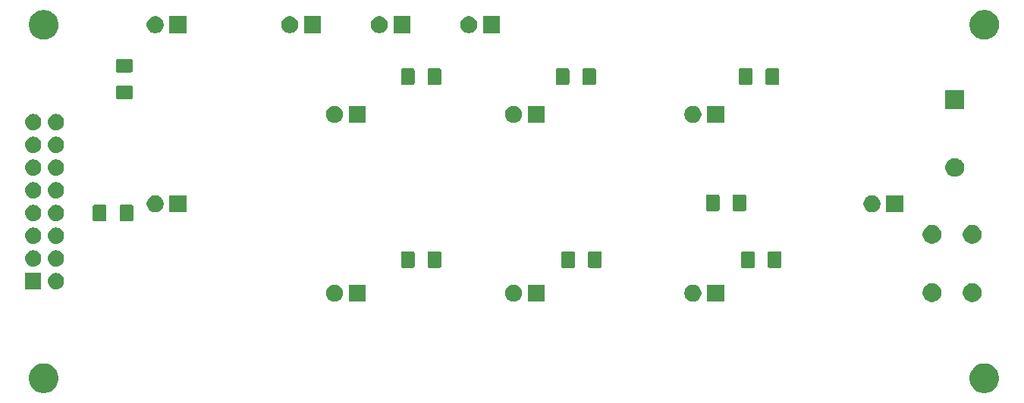
<source format=gbr>
G04 #@! TF.GenerationSoftware,KiCad,Pcbnew,(5.1.2-1)-1*
G04 #@! TF.CreationDate,2019-06-13T22:38:42+01:00*
G04 #@! TF.ProjectId,K3S_Seq_IF_Front_Panel,4b33535f-5365-4715-9f49-465f46726f6e,rev?*
G04 #@! TF.SameCoordinates,Original*
G04 #@! TF.FileFunction,Soldermask,Top*
G04 #@! TF.FilePolarity,Negative*
%FSLAX46Y46*%
G04 Gerber Fmt 4.6, Leading zero omitted, Abs format (unit mm)*
G04 Created by KiCad (PCBNEW (5.1.2-1)-1) date 2019-06-13 22:38:42*
%MOMM*%
%LPD*%
G04 APERTURE LIST*
%ADD10C,0.100000*%
G04 APERTURE END LIST*
D10*
G36*
X190375256Y-82891298D02*
G01*
X190481579Y-82912447D01*
X190782042Y-83036903D01*
X191052451Y-83217585D01*
X191282415Y-83447549D01*
X191463097Y-83717958D01*
X191587553Y-84018421D01*
X191651000Y-84337391D01*
X191651000Y-84662609D01*
X191587553Y-84981579D01*
X191463097Y-85282042D01*
X191282415Y-85552451D01*
X191052451Y-85782415D01*
X190782042Y-85963097D01*
X190481579Y-86087553D01*
X190375256Y-86108702D01*
X190162611Y-86151000D01*
X189837389Y-86151000D01*
X189624744Y-86108702D01*
X189518421Y-86087553D01*
X189217958Y-85963097D01*
X188947549Y-85782415D01*
X188717585Y-85552451D01*
X188536903Y-85282042D01*
X188412447Y-84981579D01*
X188349000Y-84662609D01*
X188349000Y-84337391D01*
X188412447Y-84018421D01*
X188536903Y-83717958D01*
X188717585Y-83447549D01*
X188947549Y-83217585D01*
X189217958Y-83036903D01*
X189518421Y-82912447D01*
X189624744Y-82891298D01*
X189837389Y-82849000D01*
X190162611Y-82849000D01*
X190375256Y-82891298D01*
X190375256Y-82891298D01*
G37*
G36*
X85375256Y-82891298D02*
G01*
X85481579Y-82912447D01*
X85782042Y-83036903D01*
X86052451Y-83217585D01*
X86282415Y-83447549D01*
X86463097Y-83717958D01*
X86587553Y-84018421D01*
X86651000Y-84337391D01*
X86651000Y-84662609D01*
X86587553Y-84981579D01*
X86463097Y-85282042D01*
X86282415Y-85552451D01*
X86052451Y-85782415D01*
X85782042Y-85963097D01*
X85481579Y-86087553D01*
X85375256Y-86108702D01*
X85162611Y-86151000D01*
X84837389Y-86151000D01*
X84624744Y-86108702D01*
X84518421Y-86087553D01*
X84217958Y-85963097D01*
X83947549Y-85782415D01*
X83717585Y-85552451D01*
X83536903Y-85282042D01*
X83412447Y-84981579D01*
X83349000Y-84662609D01*
X83349000Y-84337391D01*
X83412447Y-84018421D01*
X83536903Y-83717958D01*
X83717585Y-83447549D01*
X83947549Y-83217585D01*
X84217958Y-83036903D01*
X84518421Y-82912447D01*
X84624744Y-82891298D01*
X84837389Y-82849000D01*
X85162611Y-82849000D01*
X85375256Y-82891298D01*
X85375256Y-82891298D01*
G37*
G36*
X184456564Y-73919389D02*
G01*
X184647833Y-73998615D01*
X184647835Y-73998616D01*
X184819973Y-74113635D01*
X184966365Y-74260027D01*
X185076023Y-74424141D01*
X185081385Y-74432167D01*
X185160611Y-74623436D01*
X185201000Y-74826484D01*
X185201000Y-75033516D01*
X185160611Y-75236564D01*
X185081385Y-75427833D01*
X185081384Y-75427835D01*
X184966365Y-75599973D01*
X184819973Y-75746365D01*
X184647835Y-75861384D01*
X184647834Y-75861385D01*
X184647833Y-75861385D01*
X184456564Y-75940611D01*
X184253516Y-75981000D01*
X184046484Y-75981000D01*
X183843436Y-75940611D01*
X183652167Y-75861385D01*
X183652166Y-75861385D01*
X183652165Y-75861384D01*
X183480027Y-75746365D01*
X183333635Y-75599973D01*
X183218616Y-75427835D01*
X183218615Y-75427833D01*
X183139389Y-75236564D01*
X183099000Y-75033516D01*
X183099000Y-74826484D01*
X183139389Y-74623436D01*
X183218615Y-74432167D01*
X183223978Y-74424141D01*
X183333635Y-74260027D01*
X183480027Y-74113635D01*
X183652165Y-73998616D01*
X183652167Y-73998615D01*
X183843436Y-73919389D01*
X184046484Y-73879000D01*
X184253516Y-73879000D01*
X184456564Y-73919389D01*
X184456564Y-73919389D01*
G37*
G36*
X188956564Y-73919389D02*
G01*
X189147833Y-73998615D01*
X189147835Y-73998616D01*
X189319973Y-74113635D01*
X189466365Y-74260027D01*
X189576023Y-74424141D01*
X189581385Y-74432167D01*
X189660611Y-74623436D01*
X189701000Y-74826484D01*
X189701000Y-75033516D01*
X189660611Y-75236564D01*
X189581385Y-75427833D01*
X189581384Y-75427835D01*
X189466365Y-75599973D01*
X189319973Y-75746365D01*
X189147835Y-75861384D01*
X189147834Y-75861385D01*
X189147833Y-75861385D01*
X188956564Y-75940611D01*
X188753516Y-75981000D01*
X188546484Y-75981000D01*
X188343436Y-75940611D01*
X188152167Y-75861385D01*
X188152166Y-75861385D01*
X188152165Y-75861384D01*
X187980027Y-75746365D01*
X187833635Y-75599973D01*
X187718616Y-75427835D01*
X187718615Y-75427833D01*
X187639389Y-75236564D01*
X187599000Y-75033516D01*
X187599000Y-74826484D01*
X187639389Y-74623436D01*
X187718615Y-74432167D01*
X187723978Y-74424141D01*
X187833635Y-74260027D01*
X187980027Y-74113635D01*
X188152165Y-73998616D01*
X188152167Y-73998615D01*
X188343436Y-73919389D01*
X188546484Y-73879000D01*
X188753516Y-73879000D01*
X188956564Y-73919389D01*
X188956564Y-73919389D01*
G37*
G36*
X120951000Y-75951000D02*
G01*
X119049000Y-75951000D01*
X119049000Y-74049000D01*
X120951000Y-74049000D01*
X120951000Y-75951000D01*
X120951000Y-75951000D01*
G37*
G36*
X117737395Y-74085546D02*
G01*
X117910466Y-74157234D01*
X117910467Y-74157235D01*
X118066227Y-74261310D01*
X118198690Y-74393773D01*
X118224344Y-74432167D01*
X118302766Y-74549534D01*
X118374454Y-74722605D01*
X118411000Y-74906333D01*
X118411000Y-75093667D01*
X118374454Y-75277395D01*
X118302766Y-75450466D01*
X118302765Y-75450467D01*
X118198690Y-75606227D01*
X118066227Y-75738690D01*
X118054740Y-75746365D01*
X117910466Y-75842766D01*
X117737395Y-75914454D01*
X117553667Y-75951000D01*
X117366333Y-75951000D01*
X117182605Y-75914454D01*
X117009534Y-75842766D01*
X116865260Y-75746365D01*
X116853773Y-75738690D01*
X116721310Y-75606227D01*
X116617235Y-75450467D01*
X116617234Y-75450466D01*
X116545546Y-75277395D01*
X116509000Y-75093667D01*
X116509000Y-74906333D01*
X116545546Y-74722605D01*
X116617234Y-74549534D01*
X116695656Y-74432167D01*
X116721310Y-74393773D01*
X116853773Y-74261310D01*
X117009533Y-74157235D01*
X117009534Y-74157234D01*
X117182605Y-74085546D01*
X117366333Y-74049000D01*
X117553667Y-74049000D01*
X117737395Y-74085546D01*
X117737395Y-74085546D01*
G37*
G36*
X157737395Y-74085546D02*
G01*
X157910466Y-74157234D01*
X157910467Y-74157235D01*
X158066227Y-74261310D01*
X158198690Y-74393773D01*
X158224344Y-74432167D01*
X158302766Y-74549534D01*
X158374454Y-74722605D01*
X158411000Y-74906333D01*
X158411000Y-75093667D01*
X158374454Y-75277395D01*
X158302766Y-75450466D01*
X158302765Y-75450467D01*
X158198690Y-75606227D01*
X158066227Y-75738690D01*
X158054740Y-75746365D01*
X157910466Y-75842766D01*
X157737395Y-75914454D01*
X157553667Y-75951000D01*
X157366333Y-75951000D01*
X157182605Y-75914454D01*
X157009534Y-75842766D01*
X156865260Y-75746365D01*
X156853773Y-75738690D01*
X156721310Y-75606227D01*
X156617235Y-75450467D01*
X156617234Y-75450466D01*
X156545546Y-75277395D01*
X156509000Y-75093667D01*
X156509000Y-74906333D01*
X156545546Y-74722605D01*
X156617234Y-74549534D01*
X156695656Y-74432167D01*
X156721310Y-74393773D01*
X156853773Y-74261310D01*
X157009533Y-74157235D01*
X157009534Y-74157234D01*
X157182605Y-74085546D01*
X157366333Y-74049000D01*
X157553667Y-74049000D01*
X157737395Y-74085546D01*
X157737395Y-74085546D01*
G37*
G36*
X137737395Y-74085546D02*
G01*
X137910466Y-74157234D01*
X137910467Y-74157235D01*
X138066227Y-74261310D01*
X138198690Y-74393773D01*
X138224344Y-74432167D01*
X138302766Y-74549534D01*
X138374454Y-74722605D01*
X138411000Y-74906333D01*
X138411000Y-75093667D01*
X138374454Y-75277395D01*
X138302766Y-75450466D01*
X138302765Y-75450467D01*
X138198690Y-75606227D01*
X138066227Y-75738690D01*
X138054740Y-75746365D01*
X137910466Y-75842766D01*
X137737395Y-75914454D01*
X137553667Y-75951000D01*
X137366333Y-75951000D01*
X137182605Y-75914454D01*
X137009534Y-75842766D01*
X136865260Y-75746365D01*
X136853773Y-75738690D01*
X136721310Y-75606227D01*
X136617235Y-75450467D01*
X136617234Y-75450466D01*
X136545546Y-75277395D01*
X136509000Y-75093667D01*
X136509000Y-74906333D01*
X136545546Y-74722605D01*
X136617234Y-74549534D01*
X136695656Y-74432167D01*
X136721310Y-74393773D01*
X136853773Y-74261310D01*
X137009533Y-74157235D01*
X137009534Y-74157234D01*
X137182605Y-74085546D01*
X137366333Y-74049000D01*
X137553667Y-74049000D01*
X137737395Y-74085546D01*
X137737395Y-74085546D01*
G37*
G36*
X140951000Y-75951000D02*
G01*
X139049000Y-75951000D01*
X139049000Y-74049000D01*
X140951000Y-74049000D01*
X140951000Y-75951000D01*
X140951000Y-75951000D01*
G37*
G36*
X160951000Y-75951000D02*
G01*
X159049000Y-75951000D01*
X159049000Y-74049000D01*
X160951000Y-74049000D01*
X160951000Y-75951000D01*
X160951000Y-75951000D01*
G37*
G36*
X86539294Y-72758633D02*
G01*
X86711695Y-72810931D01*
X86870583Y-72895858D01*
X87009849Y-73010151D01*
X87124142Y-73149417D01*
X87209069Y-73308305D01*
X87261367Y-73480706D01*
X87279025Y-73660000D01*
X87261367Y-73839294D01*
X87209069Y-74011695D01*
X87124142Y-74170583D01*
X87009849Y-74309849D01*
X86870583Y-74424142D01*
X86711695Y-74509069D01*
X86539294Y-74561367D01*
X86404931Y-74574600D01*
X86315069Y-74574600D01*
X86180706Y-74561367D01*
X86008305Y-74509069D01*
X85849417Y-74424142D01*
X85710151Y-74309849D01*
X85595858Y-74170583D01*
X85510931Y-74011695D01*
X85458633Y-73839294D01*
X85440975Y-73660000D01*
X85458633Y-73480706D01*
X85510931Y-73308305D01*
X85595858Y-73149417D01*
X85710151Y-73010151D01*
X85849417Y-72895858D01*
X86008305Y-72810931D01*
X86180706Y-72758633D01*
X86315069Y-72745400D01*
X86404931Y-72745400D01*
X86539294Y-72758633D01*
X86539294Y-72758633D01*
G37*
G36*
X84734600Y-74574600D02*
G01*
X82905400Y-74574600D01*
X82905400Y-72745400D01*
X84734600Y-72745400D01*
X84734600Y-74574600D01*
X84734600Y-74574600D01*
G37*
G36*
X126252562Y-70325181D02*
G01*
X126287481Y-70335774D01*
X126319663Y-70352976D01*
X126347873Y-70376127D01*
X126371024Y-70404337D01*
X126388226Y-70436519D01*
X126398819Y-70471438D01*
X126403000Y-70513895D01*
X126403000Y-71980105D01*
X126398819Y-72022562D01*
X126388226Y-72057481D01*
X126371024Y-72089663D01*
X126347873Y-72117873D01*
X126319663Y-72141024D01*
X126287481Y-72158226D01*
X126252562Y-72168819D01*
X126210105Y-72173000D01*
X125068895Y-72173000D01*
X125026438Y-72168819D01*
X124991519Y-72158226D01*
X124959337Y-72141024D01*
X124931127Y-72117873D01*
X124907976Y-72089663D01*
X124890774Y-72057481D01*
X124880181Y-72022562D01*
X124876000Y-71980105D01*
X124876000Y-70513895D01*
X124880181Y-70471438D01*
X124890774Y-70436519D01*
X124907976Y-70404337D01*
X124931127Y-70376127D01*
X124959337Y-70352976D01*
X124991519Y-70335774D01*
X125026438Y-70325181D01*
X125068895Y-70321000D01*
X126210105Y-70321000D01*
X126252562Y-70325181D01*
X126252562Y-70325181D01*
G37*
G36*
X167200562Y-70325181D02*
G01*
X167235481Y-70335774D01*
X167267663Y-70352976D01*
X167295873Y-70376127D01*
X167319024Y-70404337D01*
X167336226Y-70436519D01*
X167346819Y-70471438D01*
X167351000Y-70513895D01*
X167351000Y-71980105D01*
X167346819Y-72022562D01*
X167336226Y-72057481D01*
X167319024Y-72089663D01*
X167295873Y-72117873D01*
X167267663Y-72141024D01*
X167235481Y-72158226D01*
X167200562Y-72168819D01*
X167158105Y-72173000D01*
X166016895Y-72173000D01*
X165974438Y-72168819D01*
X165939519Y-72158226D01*
X165907337Y-72141024D01*
X165879127Y-72117873D01*
X165855976Y-72089663D01*
X165838774Y-72057481D01*
X165828181Y-72022562D01*
X165824000Y-71980105D01*
X165824000Y-70513895D01*
X165828181Y-70471438D01*
X165838774Y-70436519D01*
X165855976Y-70404337D01*
X165879127Y-70376127D01*
X165907337Y-70352976D01*
X165939519Y-70335774D01*
X165974438Y-70325181D01*
X166016895Y-70321000D01*
X167158105Y-70321000D01*
X167200562Y-70325181D01*
X167200562Y-70325181D01*
G37*
G36*
X147134562Y-70325181D02*
G01*
X147169481Y-70335774D01*
X147201663Y-70352976D01*
X147229873Y-70376127D01*
X147253024Y-70404337D01*
X147270226Y-70436519D01*
X147280819Y-70471438D01*
X147285000Y-70513895D01*
X147285000Y-71980105D01*
X147280819Y-72022562D01*
X147270226Y-72057481D01*
X147253024Y-72089663D01*
X147229873Y-72117873D01*
X147201663Y-72141024D01*
X147169481Y-72158226D01*
X147134562Y-72168819D01*
X147092105Y-72173000D01*
X145950895Y-72173000D01*
X145908438Y-72168819D01*
X145873519Y-72158226D01*
X145841337Y-72141024D01*
X145813127Y-72117873D01*
X145789976Y-72089663D01*
X145772774Y-72057481D01*
X145762181Y-72022562D01*
X145758000Y-71980105D01*
X145758000Y-70513895D01*
X145762181Y-70471438D01*
X145772774Y-70436519D01*
X145789976Y-70404337D01*
X145813127Y-70376127D01*
X145841337Y-70352976D01*
X145873519Y-70335774D01*
X145908438Y-70325181D01*
X145950895Y-70321000D01*
X147092105Y-70321000D01*
X147134562Y-70325181D01*
X147134562Y-70325181D01*
G37*
G36*
X144159562Y-70325181D02*
G01*
X144194481Y-70335774D01*
X144226663Y-70352976D01*
X144254873Y-70376127D01*
X144278024Y-70404337D01*
X144295226Y-70436519D01*
X144305819Y-70471438D01*
X144310000Y-70513895D01*
X144310000Y-71980105D01*
X144305819Y-72022562D01*
X144295226Y-72057481D01*
X144278024Y-72089663D01*
X144254873Y-72117873D01*
X144226663Y-72141024D01*
X144194481Y-72158226D01*
X144159562Y-72168819D01*
X144117105Y-72173000D01*
X142975895Y-72173000D01*
X142933438Y-72168819D01*
X142898519Y-72158226D01*
X142866337Y-72141024D01*
X142838127Y-72117873D01*
X142814976Y-72089663D01*
X142797774Y-72057481D01*
X142787181Y-72022562D01*
X142783000Y-71980105D01*
X142783000Y-70513895D01*
X142787181Y-70471438D01*
X142797774Y-70436519D01*
X142814976Y-70404337D01*
X142838127Y-70376127D01*
X142866337Y-70352976D01*
X142898519Y-70335774D01*
X142933438Y-70325181D01*
X142975895Y-70321000D01*
X144117105Y-70321000D01*
X144159562Y-70325181D01*
X144159562Y-70325181D01*
G37*
G36*
X129227562Y-70325181D02*
G01*
X129262481Y-70335774D01*
X129294663Y-70352976D01*
X129322873Y-70376127D01*
X129346024Y-70404337D01*
X129363226Y-70436519D01*
X129373819Y-70471438D01*
X129378000Y-70513895D01*
X129378000Y-71980105D01*
X129373819Y-72022562D01*
X129363226Y-72057481D01*
X129346024Y-72089663D01*
X129322873Y-72117873D01*
X129294663Y-72141024D01*
X129262481Y-72158226D01*
X129227562Y-72168819D01*
X129185105Y-72173000D01*
X128043895Y-72173000D01*
X128001438Y-72168819D01*
X127966519Y-72158226D01*
X127934337Y-72141024D01*
X127906127Y-72117873D01*
X127882976Y-72089663D01*
X127865774Y-72057481D01*
X127855181Y-72022562D01*
X127851000Y-71980105D01*
X127851000Y-70513895D01*
X127855181Y-70471438D01*
X127865774Y-70436519D01*
X127882976Y-70404337D01*
X127906127Y-70376127D01*
X127934337Y-70352976D01*
X127966519Y-70335774D01*
X128001438Y-70325181D01*
X128043895Y-70321000D01*
X129185105Y-70321000D01*
X129227562Y-70325181D01*
X129227562Y-70325181D01*
G37*
G36*
X164225562Y-70325181D02*
G01*
X164260481Y-70335774D01*
X164292663Y-70352976D01*
X164320873Y-70376127D01*
X164344024Y-70404337D01*
X164361226Y-70436519D01*
X164371819Y-70471438D01*
X164376000Y-70513895D01*
X164376000Y-71980105D01*
X164371819Y-72022562D01*
X164361226Y-72057481D01*
X164344024Y-72089663D01*
X164320873Y-72117873D01*
X164292663Y-72141024D01*
X164260481Y-72158226D01*
X164225562Y-72168819D01*
X164183105Y-72173000D01*
X163041895Y-72173000D01*
X162999438Y-72168819D01*
X162964519Y-72158226D01*
X162932337Y-72141024D01*
X162904127Y-72117873D01*
X162880976Y-72089663D01*
X162863774Y-72057481D01*
X162853181Y-72022562D01*
X162849000Y-71980105D01*
X162849000Y-70513895D01*
X162853181Y-70471438D01*
X162863774Y-70436519D01*
X162880976Y-70404337D01*
X162904127Y-70376127D01*
X162932337Y-70352976D01*
X162964519Y-70335774D01*
X162999438Y-70325181D01*
X163041895Y-70321000D01*
X164183105Y-70321000D01*
X164225562Y-70325181D01*
X164225562Y-70325181D01*
G37*
G36*
X83999294Y-70218633D02*
G01*
X84171695Y-70270931D01*
X84330583Y-70355858D01*
X84469849Y-70470151D01*
X84584142Y-70609417D01*
X84669069Y-70768305D01*
X84721367Y-70940706D01*
X84739025Y-71120000D01*
X84721367Y-71299294D01*
X84669069Y-71471695D01*
X84584142Y-71630583D01*
X84469849Y-71769849D01*
X84330583Y-71884142D01*
X84171695Y-71969069D01*
X83999294Y-72021367D01*
X83864931Y-72034600D01*
X83775069Y-72034600D01*
X83640706Y-72021367D01*
X83468305Y-71969069D01*
X83309417Y-71884142D01*
X83170151Y-71769849D01*
X83055858Y-71630583D01*
X82970931Y-71471695D01*
X82918633Y-71299294D01*
X82900975Y-71120000D01*
X82918633Y-70940706D01*
X82970931Y-70768305D01*
X83055858Y-70609417D01*
X83170151Y-70470151D01*
X83309417Y-70355858D01*
X83468305Y-70270931D01*
X83640706Y-70218633D01*
X83775069Y-70205400D01*
X83864931Y-70205400D01*
X83999294Y-70218633D01*
X83999294Y-70218633D01*
G37*
G36*
X86539294Y-70218633D02*
G01*
X86711695Y-70270931D01*
X86870583Y-70355858D01*
X87009849Y-70470151D01*
X87124142Y-70609417D01*
X87209069Y-70768305D01*
X87261367Y-70940706D01*
X87279025Y-71120000D01*
X87261367Y-71299294D01*
X87209069Y-71471695D01*
X87124142Y-71630583D01*
X87009849Y-71769849D01*
X86870583Y-71884142D01*
X86711695Y-71969069D01*
X86539294Y-72021367D01*
X86404931Y-72034600D01*
X86315069Y-72034600D01*
X86180706Y-72021367D01*
X86008305Y-71969069D01*
X85849417Y-71884142D01*
X85710151Y-71769849D01*
X85595858Y-71630583D01*
X85510931Y-71471695D01*
X85458633Y-71299294D01*
X85440975Y-71120000D01*
X85458633Y-70940706D01*
X85510931Y-70768305D01*
X85595858Y-70609417D01*
X85710151Y-70470151D01*
X85849417Y-70355858D01*
X86008305Y-70270931D01*
X86180706Y-70218633D01*
X86315069Y-70205400D01*
X86404931Y-70205400D01*
X86539294Y-70218633D01*
X86539294Y-70218633D01*
G37*
G36*
X86539294Y-67678633D02*
G01*
X86711695Y-67730931D01*
X86870583Y-67815858D01*
X87009849Y-67930151D01*
X87124142Y-68069417D01*
X87209069Y-68228305D01*
X87261367Y-68400706D01*
X87279025Y-68580000D01*
X87261367Y-68759294D01*
X87209069Y-68931695D01*
X87124142Y-69090583D01*
X87009849Y-69229849D01*
X86870583Y-69344142D01*
X86711695Y-69429069D01*
X86539294Y-69481367D01*
X86404931Y-69494600D01*
X86315069Y-69494600D01*
X86180706Y-69481367D01*
X86008305Y-69429069D01*
X85849417Y-69344142D01*
X85710151Y-69229849D01*
X85595858Y-69090583D01*
X85510931Y-68931695D01*
X85458633Y-68759294D01*
X85440975Y-68580000D01*
X85458633Y-68400706D01*
X85510931Y-68228305D01*
X85595858Y-68069417D01*
X85710151Y-67930151D01*
X85849417Y-67815858D01*
X86008305Y-67730931D01*
X86180706Y-67678633D01*
X86315069Y-67665400D01*
X86404931Y-67665400D01*
X86539294Y-67678633D01*
X86539294Y-67678633D01*
G37*
G36*
X83999294Y-67678633D02*
G01*
X84171695Y-67730931D01*
X84330583Y-67815858D01*
X84469849Y-67930151D01*
X84584142Y-68069417D01*
X84669069Y-68228305D01*
X84721367Y-68400706D01*
X84739025Y-68580000D01*
X84721367Y-68759294D01*
X84669069Y-68931695D01*
X84584142Y-69090583D01*
X84469849Y-69229849D01*
X84330583Y-69344142D01*
X84171695Y-69429069D01*
X83999294Y-69481367D01*
X83864931Y-69494600D01*
X83775069Y-69494600D01*
X83640706Y-69481367D01*
X83468305Y-69429069D01*
X83309417Y-69344142D01*
X83170151Y-69229849D01*
X83055858Y-69090583D01*
X82970931Y-68931695D01*
X82918633Y-68759294D01*
X82900975Y-68580000D01*
X82918633Y-68400706D01*
X82970931Y-68228305D01*
X83055858Y-68069417D01*
X83170151Y-67930151D01*
X83309417Y-67815858D01*
X83468305Y-67730931D01*
X83640706Y-67678633D01*
X83775069Y-67665400D01*
X83864931Y-67665400D01*
X83999294Y-67678633D01*
X83999294Y-67678633D01*
G37*
G36*
X188956564Y-67419389D02*
G01*
X189147833Y-67498615D01*
X189147835Y-67498616D01*
X189319973Y-67613635D01*
X189466365Y-67760027D01*
X189581385Y-67932167D01*
X189660611Y-68123436D01*
X189701000Y-68326484D01*
X189701000Y-68533516D01*
X189660611Y-68736564D01*
X189581385Y-68927833D01*
X189581384Y-68927835D01*
X189466365Y-69099973D01*
X189319973Y-69246365D01*
X189147835Y-69361384D01*
X189147834Y-69361385D01*
X189147833Y-69361385D01*
X188956564Y-69440611D01*
X188753516Y-69481000D01*
X188546484Y-69481000D01*
X188343436Y-69440611D01*
X188152167Y-69361385D01*
X188152166Y-69361385D01*
X188152165Y-69361384D01*
X187980027Y-69246365D01*
X187833635Y-69099973D01*
X187718616Y-68927835D01*
X187718615Y-68927833D01*
X187639389Y-68736564D01*
X187599000Y-68533516D01*
X187599000Y-68326484D01*
X187639389Y-68123436D01*
X187718615Y-67932167D01*
X187833635Y-67760027D01*
X187980027Y-67613635D01*
X188152165Y-67498616D01*
X188152167Y-67498615D01*
X188343436Y-67419389D01*
X188546484Y-67379000D01*
X188753516Y-67379000D01*
X188956564Y-67419389D01*
X188956564Y-67419389D01*
G37*
G36*
X184456564Y-67419389D02*
G01*
X184647833Y-67498615D01*
X184647835Y-67498616D01*
X184819973Y-67613635D01*
X184966365Y-67760027D01*
X185081385Y-67932167D01*
X185160611Y-68123436D01*
X185201000Y-68326484D01*
X185201000Y-68533516D01*
X185160611Y-68736564D01*
X185081385Y-68927833D01*
X185081384Y-68927835D01*
X184966365Y-69099973D01*
X184819973Y-69246365D01*
X184647835Y-69361384D01*
X184647834Y-69361385D01*
X184647833Y-69361385D01*
X184456564Y-69440611D01*
X184253516Y-69481000D01*
X184046484Y-69481000D01*
X183843436Y-69440611D01*
X183652167Y-69361385D01*
X183652166Y-69361385D01*
X183652165Y-69361384D01*
X183480027Y-69246365D01*
X183333635Y-69099973D01*
X183218616Y-68927835D01*
X183218615Y-68927833D01*
X183139389Y-68736564D01*
X183099000Y-68533516D01*
X183099000Y-68326484D01*
X183139389Y-68123436D01*
X183218615Y-67932167D01*
X183333635Y-67760027D01*
X183480027Y-67613635D01*
X183652165Y-67498616D01*
X183652167Y-67498615D01*
X183843436Y-67419389D01*
X184046484Y-67379000D01*
X184253516Y-67379000D01*
X184456564Y-67419389D01*
X184456564Y-67419389D01*
G37*
G36*
X91872062Y-65118181D02*
G01*
X91906981Y-65128774D01*
X91939163Y-65145976D01*
X91967373Y-65169127D01*
X91990524Y-65197337D01*
X92007726Y-65229519D01*
X92018319Y-65264438D01*
X92022500Y-65306895D01*
X92022500Y-66773105D01*
X92018319Y-66815562D01*
X92007726Y-66850481D01*
X91990524Y-66882663D01*
X91967373Y-66910873D01*
X91939163Y-66934024D01*
X91906981Y-66951226D01*
X91872062Y-66961819D01*
X91829605Y-66966000D01*
X90688395Y-66966000D01*
X90645938Y-66961819D01*
X90611019Y-66951226D01*
X90578837Y-66934024D01*
X90550627Y-66910873D01*
X90527476Y-66882663D01*
X90510274Y-66850481D01*
X90499681Y-66815562D01*
X90495500Y-66773105D01*
X90495500Y-65306895D01*
X90499681Y-65264438D01*
X90510274Y-65229519D01*
X90527476Y-65197337D01*
X90550627Y-65169127D01*
X90578837Y-65145976D01*
X90611019Y-65128774D01*
X90645938Y-65118181D01*
X90688395Y-65114000D01*
X91829605Y-65114000D01*
X91872062Y-65118181D01*
X91872062Y-65118181D01*
G37*
G36*
X94847062Y-65118181D02*
G01*
X94881981Y-65128774D01*
X94914163Y-65145976D01*
X94942373Y-65169127D01*
X94965524Y-65197337D01*
X94982726Y-65229519D01*
X94993319Y-65264438D01*
X94997500Y-65306895D01*
X94997500Y-66773105D01*
X94993319Y-66815562D01*
X94982726Y-66850481D01*
X94965524Y-66882663D01*
X94942373Y-66910873D01*
X94914163Y-66934024D01*
X94881981Y-66951226D01*
X94847062Y-66961819D01*
X94804605Y-66966000D01*
X93663395Y-66966000D01*
X93620938Y-66961819D01*
X93586019Y-66951226D01*
X93553837Y-66934024D01*
X93525627Y-66910873D01*
X93502476Y-66882663D01*
X93485274Y-66850481D01*
X93474681Y-66815562D01*
X93470500Y-66773105D01*
X93470500Y-65306895D01*
X93474681Y-65264438D01*
X93485274Y-65229519D01*
X93502476Y-65197337D01*
X93525627Y-65169127D01*
X93553837Y-65145976D01*
X93586019Y-65128774D01*
X93620938Y-65118181D01*
X93663395Y-65114000D01*
X94804605Y-65114000D01*
X94847062Y-65118181D01*
X94847062Y-65118181D01*
G37*
G36*
X86539294Y-65138633D02*
G01*
X86711695Y-65190931D01*
X86870583Y-65275858D01*
X87009849Y-65390151D01*
X87124142Y-65529417D01*
X87209069Y-65688305D01*
X87261367Y-65860706D01*
X87279025Y-66040000D01*
X87261367Y-66219294D01*
X87209069Y-66391695D01*
X87124142Y-66550583D01*
X87009849Y-66689849D01*
X86870583Y-66804142D01*
X86711695Y-66889069D01*
X86539294Y-66941367D01*
X86404931Y-66954600D01*
X86315069Y-66954600D01*
X86180706Y-66941367D01*
X86008305Y-66889069D01*
X85849417Y-66804142D01*
X85710151Y-66689849D01*
X85595858Y-66550583D01*
X85510931Y-66391695D01*
X85458633Y-66219294D01*
X85440975Y-66040000D01*
X85458633Y-65860706D01*
X85510931Y-65688305D01*
X85595858Y-65529417D01*
X85710151Y-65390151D01*
X85849417Y-65275858D01*
X86008305Y-65190931D01*
X86180706Y-65138633D01*
X86315069Y-65125400D01*
X86404931Y-65125400D01*
X86539294Y-65138633D01*
X86539294Y-65138633D01*
G37*
G36*
X83999294Y-65138633D02*
G01*
X84171695Y-65190931D01*
X84330583Y-65275858D01*
X84469849Y-65390151D01*
X84584142Y-65529417D01*
X84669069Y-65688305D01*
X84721367Y-65860706D01*
X84739025Y-66040000D01*
X84721367Y-66219294D01*
X84669069Y-66391695D01*
X84584142Y-66550583D01*
X84469849Y-66689849D01*
X84330583Y-66804142D01*
X84171695Y-66889069D01*
X83999294Y-66941367D01*
X83864931Y-66954600D01*
X83775069Y-66954600D01*
X83640706Y-66941367D01*
X83468305Y-66889069D01*
X83309417Y-66804142D01*
X83170151Y-66689849D01*
X83055858Y-66550583D01*
X82970931Y-66391695D01*
X82918633Y-66219294D01*
X82900975Y-66040000D01*
X82918633Y-65860706D01*
X82970931Y-65688305D01*
X83055858Y-65529417D01*
X83170151Y-65390151D01*
X83309417Y-65275858D01*
X83468305Y-65190931D01*
X83640706Y-65138633D01*
X83775069Y-65125400D01*
X83864931Y-65125400D01*
X83999294Y-65138633D01*
X83999294Y-65138633D01*
G37*
G36*
X180951000Y-65951000D02*
G01*
X179049000Y-65951000D01*
X179049000Y-64049000D01*
X180951000Y-64049000D01*
X180951000Y-65951000D01*
X180951000Y-65951000D01*
G37*
G36*
X177737395Y-64085546D02*
G01*
X177910466Y-64157234D01*
X177987818Y-64208919D01*
X178066227Y-64261310D01*
X178198690Y-64393773D01*
X178198691Y-64393775D01*
X178302766Y-64549534D01*
X178374454Y-64722605D01*
X178411000Y-64906333D01*
X178411000Y-65093667D01*
X178374454Y-65277395D01*
X178302766Y-65450466D01*
X178302765Y-65450467D01*
X178198690Y-65606227D01*
X178066227Y-65738690D01*
X178057479Y-65744535D01*
X177910466Y-65842766D01*
X177737395Y-65914454D01*
X177553667Y-65951000D01*
X177366333Y-65951000D01*
X177182605Y-65914454D01*
X177009534Y-65842766D01*
X176862521Y-65744535D01*
X176853773Y-65738690D01*
X176721310Y-65606227D01*
X176617235Y-65450467D01*
X176617234Y-65450466D01*
X176545546Y-65277395D01*
X176509000Y-65093667D01*
X176509000Y-64906333D01*
X176545546Y-64722605D01*
X176617234Y-64549534D01*
X176721309Y-64393775D01*
X176721310Y-64393773D01*
X176853773Y-64261310D01*
X176932182Y-64208919D01*
X177009534Y-64157234D01*
X177182605Y-64085546D01*
X177366333Y-64049000D01*
X177553667Y-64049000D01*
X177737395Y-64085546D01*
X177737395Y-64085546D01*
G37*
G36*
X100951000Y-65951000D02*
G01*
X99049000Y-65951000D01*
X99049000Y-64049000D01*
X100951000Y-64049000D01*
X100951000Y-65951000D01*
X100951000Y-65951000D01*
G37*
G36*
X97737395Y-64085546D02*
G01*
X97910466Y-64157234D01*
X97987818Y-64208919D01*
X98066227Y-64261310D01*
X98198690Y-64393773D01*
X98198691Y-64393775D01*
X98302766Y-64549534D01*
X98374454Y-64722605D01*
X98411000Y-64906333D01*
X98411000Y-65093667D01*
X98374454Y-65277395D01*
X98302766Y-65450466D01*
X98302765Y-65450467D01*
X98198690Y-65606227D01*
X98066227Y-65738690D01*
X98057479Y-65744535D01*
X97910466Y-65842766D01*
X97737395Y-65914454D01*
X97553667Y-65951000D01*
X97366333Y-65951000D01*
X97182605Y-65914454D01*
X97009534Y-65842766D01*
X96862521Y-65744535D01*
X96853773Y-65738690D01*
X96721310Y-65606227D01*
X96617235Y-65450467D01*
X96617234Y-65450466D01*
X96545546Y-65277395D01*
X96509000Y-65093667D01*
X96509000Y-64906333D01*
X96545546Y-64722605D01*
X96617234Y-64549534D01*
X96721309Y-64393775D01*
X96721310Y-64393773D01*
X96853773Y-64261310D01*
X96932182Y-64208919D01*
X97009534Y-64157234D01*
X97182605Y-64085546D01*
X97366333Y-64049000D01*
X97553667Y-64049000D01*
X97737395Y-64085546D01*
X97737395Y-64085546D01*
G37*
G36*
X163263562Y-63975181D02*
G01*
X163298481Y-63985774D01*
X163330663Y-64002976D01*
X163358873Y-64026127D01*
X163382024Y-64054337D01*
X163399226Y-64086519D01*
X163409819Y-64121438D01*
X163414000Y-64163895D01*
X163414000Y-65630105D01*
X163409819Y-65672562D01*
X163399226Y-65707481D01*
X163382024Y-65739663D01*
X163358873Y-65767873D01*
X163330663Y-65791024D01*
X163298481Y-65808226D01*
X163263562Y-65818819D01*
X163221105Y-65823000D01*
X162079895Y-65823000D01*
X162037438Y-65818819D01*
X162002519Y-65808226D01*
X161970337Y-65791024D01*
X161942127Y-65767873D01*
X161918976Y-65739663D01*
X161901774Y-65707481D01*
X161891181Y-65672562D01*
X161887000Y-65630105D01*
X161887000Y-64163895D01*
X161891181Y-64121438D01*
X161901774Y-64086519D01*
X161918976Y-64054337D01*
X161942127Y-64026127D01*
X161970337Y-64002976D01*
X162002519Y-63985774D01*
X162037438Y-63975181D01*
X162079895Y-63971000D01*
X163221105Y-63971000D01*
X163263562Y-63975181D01*
X163263562Y-63975181D01*
G37*
G36*
X160288562Y-63975181D02*
G01*
X160323481Y-63985774D01*
X160355663Y-64002976D01*
X160383873Y-64026127D01*
X160407024Y-64054337D01*
X160424226Y-64086519D01*
X160434819Y-64121438D01*
X160439000Y-64163895D01*
X160439000Y-65630105D01*
X160434819Y-65672562D01*
X160424226Y-65707481D01*
X160407024Y-65739663D01*
X160383873Y-65767873D01*
X160355663Y-65791024D01*
X160323481Y-65808226D01*
X160288562Y-65818819D01*
X160246105Y-65823000D01*
X159104895Y-65823000D01*
X159062438Y-65818819D01*
X159027519Y-65808226D01*
X158995337Y-65791024D01*
X158967127Y-65767873D01*
X158943976Y-65739663D01*
X158926774Y-65707481D01*
X158916181Y-65672562D01*
X158912000Y-65630105D01*
X158912000Y-64163895D01*
X158916181Y-64121438D01*
X158926774Y-64086519D01*
X158943976Y-64054337D01*
X158967127Y-64026127D01*
X158995337Y-64002976D01*
X159027519Y-63985774D01*
X159062438Y-63975181D01*
X159104895Y-63971000D01*
X160246105Y-63971000D01*
X160288562Y-63975181D01*
X160288562Y-63975181D01*
G37*
G36*
X83999294Y-62598633D02*
G01*
X84171695Y-62650931D01*
X84330583Y-62735858D01*
X84469849Y-62850151D01*
X84584142Y-62989417D01*
X84669069Y-63148305D01*
X84721367Y-63320706D01*
X84739025Y-63500000D01*
X84721367Y-63679294D01*
X84669069Y-63851695D01*
X84584142Y-64010583D01*
X84469849Y-64149849D01*
X84330583Y-64264142D01*
X84171695Y-64349069D01*
X83999294Y-64401367D01*
X83864931Y-64414600D01*
X83775069Y-64414600D01*
X83640706Y-64401367D01*
X83468305Y-64349069D01*
X83309417Y-64264142D01*
X83170151Y-64149849D01*
X83055858Y-64010583D01*
X82970931Y-63851695D01*
X82918633Y-63679294D01*
X82900975Y-63500000D01*
X82918633Y-63320706D01*
X82970931Y-63148305D01*
X83055858Y-62989417D01*
X83170151Y-62850151D01*
X83309417Y-62735858D01*
X83468305Y-62650931D01*
X83640706Y-62598633D01*
X83775069Y-62585400D01*
X83864931Y-62585400D01*
X83999294Y-62598633D01*
X83999294Y-62598633D01*
G37*
G36*
X86539294Y-62598633D02*
G01*
X86711695Y-62650931D01*
X86870583Y-62735858D01*
X87009849Y-62850151D01*
X87124142Y-62989417D01*
X87209069Y-63148305D01*
X87261367Y-63320706D01*
X87279025Y-63500000D01*
X87261367Y-63679294D01*
X87209069Y-63851695D01*
X87124142Y-64010583D01*
X87009849Y-64149849D01*
X86870583Y-64264142D01*
X86711695Y-64349069D01*
X86539294Y-64401367D01*
X86404931Y-64414600D01*
X86315069Y-64414600D01*
X86180706Y-64401367D01*
X86008305Y-64349069D01*
X85849417Y-64264142D01*
X85710151Y-64149849D01*
X85595858Y-64010583D01*
X85510931Y-63851695D01*
X85458633Y-63679294D01*
X85440975Y-63500000D01*
X85458633Y-63320706D01*
X85510931Y-63148305D01*
X85595858Y-62989417D01*
X85710151Y-62850151D01*
X85849417Y-62735858D01*
X86008305Y-62650931D01*
X86180706Y-62598633D01*
X86315069Y-62585400D01*
X86404931Y-62585400D01*
X86539294Y-62598633D01*
X86539294Y-62598633D01*
G37*
G36*
X186996564Y-59929389D02*
G01*
X187187833Y-60008615D01*
X187187835Y-60008616D01*
X187262692Y-60058634D01*
X187359973Y-60123635D01*
X187506365Y-60270027D01*
X187621385Y-60442167D01*
X187700611Y-60633436D01*
X187741000Y-60836484D01*
X187741000Y-61043516D01*
X187700611Y-61246564D01*
X187621385Y-61437833D01*
X187621384Y-61437835D01*
X187506365Y-61609973D01*
X187359973Y-61756365D01*
X187187835Y-61871384D01*
X187187834Y-61871385D01*
X187187833Y-61871385D01*
X186996564Y-61950611D01*
X186793516Y-61991000D01*
X186586484Y-61991000D01*
X186383436Y-61950611D01*
X186192167Y-61871385D01*
X186192166Y-61871385D01*
X186192165Y-61871384D01*
X186020027Y-61756365D01*
X185873635Y-61609973D01*
X185758616Y-61437835D01*
X185758615Y-61437833D01*
X185679389Y-61246564D01*
X185639000Y-61043516D01*
X185639000Y-60836484D01*
X185679389Y-60633436D01*
X185758615Y-60442167D01*
X185873635Y-60270027D01*
X186020027Y-60123635D01*
X186117308Y-60058634D01*
X186192165Y-60008616D01*
X186192167Y-60008615D01*
X186383436Y-59929389D01*
X186586484Y-59889000D01*
X186793516Y-59889000D01*
X186996564Y-59929389D01*
X186996564Y-59929389D01*
G37*
G36*
X83999294Y-60058633D02*
G01*
X84171695Y-60110931D01*
X84330583Y-60195858D01*
X84469849Y-60310151D01*
X84584142Y-60449417D01*
X84669069Y-60608305D01*
X84721367Y-60780706D01*
X84739025Y-60960000D01*
X84721367Y-61139294D01*
X84669069Y-61311695D01*
X84584142Y-61470583D01*
X84469849Y-61609849D01*
X84330583Y-61724142D01*
X84171695Y-61809069D01*
X83999294Y-61861367D01*
X83864931Y-61874600D01*
X83775069Y-61874600D01*
X83640706Y-61861367D01*
X83468305Y-61809069D01*
X83309417Y-61724142D01*
X83170151Y-61609849D01*
X83055858Y-61470583D01*
X82970931Y-61311695D01*
X82918633Y-61139294D01*
X82900975Y-60960000D01*
X82918633Y-60780706D01*
X82970931Y-60608305D01*
X83055858Y-60449417D01*
X83170151Y-60310151D01*
X83309417Y-60195858D01*
X83468305Y-60110931D01*
X83640706Y-60058633D01*
X83775069Y-60045400D01*
X83864931Y-60045400D01*
X83999294Y-60058633D01*
X83999294Y-60058633D01*
G37*
G36*
X86539294Y-60058633D02*
G01*
X86711695Y-60110931D01*
X86870583Y-60195858D01*
X87009849Y-60310151D01*
X87124142Y-60449417D01*
X87209069Y-60608305D01*
X87261367Y-60780706D01*
X87279025Y-60960000D01*
X87261367Y-61139294D01*
X87209069Y-61311695D01*
X87124142Y-61470583D01*
X87009849Y-61609849D01*
X86870583Y-61724142D01*
X86711695Y-61809069D01*
X86539294Y-61861367D01*
X86404931Y-61874600D01*
X86315069Y-61874600D01*
X86180706Y-61861367D01*
X86008305Y-61809069D01*
X85849417Y-61724142D01*
X85710151Y-61609849D01*
X85595858Y-61470583D01*
X85510931Y-61311695D01*
X85458633Y-61139294D01*
X85440975Y-60960000D01*
X85458633Y-60780706D01*
X85510931Y-60608305D01*
X85595858Y-60449417D01*
X85710151Y-60310151D01*
X85849417Y-60195858D01*
X86008305Y-60110931D01*
X86180706Y-60058633D01*
X86315069Y-60045400D01*
X86404931Y-60045400D01*
X86539294Y-60058633D01*
X86539294Y-60058633D01*
G37*
G36*
X83999294Y-57518633D02*
G01*
X84171695Y-57570931D01*
X84330583Y-57655858D01*
X84469849Y-57770151D01*
X84584142Y-57909417D01*
X84669069Y-58068305D01*
X84721367Y-58240706D01*
X84739025Y-58420000D01*
X84721367Y-58599294D01*
X84669069Y-58771695D01*
X84584142Y-58930583D01*
X84469849Y-59069849D01*
X84330583Y-59184142D01*
X84171695Y-59269069D01*
X83999294Y-59321367D01*
X83864931Y-59334600D01*
X83775069Y-59334600D01*
X83640706Y-59321367D01*
X83468305Y-59269069D01*
X83309417Y-59184142D01*
X83170151Y-59069849D01*
X83055858Y-58930583D01*
X82970931Y-58771695D01*
X82918633Y-58599294D01*
X82900975Y-58420000D01*
X82918633Y-58240706D01*
X82970931Y-58068305D01*
X83055858Y-57909417D01*
X83170151Y-57770151D01*
X83309417Y-57655858D01*
X83468305Y-57570931D01*
X83640706Y-57518633D01*
X83775069Y-57505400D01*
X83864931Y-57505400D01*
X83999294Y-57518633D01*
X83999294Y-57518633D01*
G37*
G36*
X86539294Y-57518633D02*
G01*
X86711695Y-57570931D01*
X86870583Y-57655858D01*
X87009849Y-57770151D01*
X87124142Y-57909417D01*
X87209069Y-58068305D01*
X87261367Y-58240706D01*
X87279025Y-58420000D01*
X87261367Y-58599294D01*
X87209069Y-58771695D01*
X87124142Y-58930583D01*
X87009849Y-59069849D01*
X86870583Y-59184142D01*
X86711695Y-59269069D01*
X86539294Y-59321367D01*
X86404931Y-59334600D01*
X86315069Y-59334600D01*
X86180706Y-59321367D01*
X86008305Y-59269069D01*
X85849417Y-59184142D01*
X85710151Y-59069849D01*
X85595858Y-58930583D01*
X85510931Y-58771695D01*
X85458633Y-58599294D01*
X85440975Y-58420000D01*
X85458633Y-58240706D01*
X85510931Y-58068305D01*
X85595858Y-57909417D01*
X85710151Y-57770151D01*
X85849417Y-57655858D01*
X86008305Y-57570931D01*
X86180706Y-57518633D01*
X86315069Y-57505400D01*
X86404931Y-57505400D01*
X86539294Y-57518633D01*
X86539294Y-57518633D01*
G37*
G36*
X83999294Y-54978633D02*
G01*
X84171695Y-55030931D01*
X84330583Y-55115858D01*
X84469849Y-55230151D01*
X84584142Y-55369417D01*
X84669069Y-55528305D01*
X84721367Y-55700706D01*
X84739025Y-55880000D01*
X84721367Y-56059294D01*
X84669069Y-56231695D01*
X84584142Y-56390583D01*
X84469849Y-56529849D01*
X84330583Y-56644142D01*
X84171695Y-56729069D01*
X83999294Y-56781367D01*
X83864931Y-56794600D01*
X83775069Y-56794600D01*
X83640706Y-56781367D01*
X83468305Y-56729069D01*
X83309417Y-56644142D01*
X83170151Y-56529849D01*
X83055858Y-56390583D01*
X82970931Y-56231695D01*
X82918633Y-56059294D01*
X82900975Y-55880000D01*
X82918633Y-55700706D01*
X82970931Y-55528305D01*
X83055858Y-55369417D01*
X83170151Y-55230151D01*
X83309417Y-55115858D01*
X83468305Y-55030931D01*
X83640706Y-54978633D01*
X83775069Y-54965400D01*
X83864931Y-54965400D01*
X83999294Y-54978633D01*
X83999294Y-54978633D01*
G37*
G36*
X86539294Y-54978633D02*
G01*
X86711695Y-55030931D01*
X86870583Y-55115858D01*
X87009849Y-55230151D01*
X87124142Y-55369417D01*
X87209069Y-55528305D01*
X87261367Y-55700706D01*
X87279025Y-55880000D01*
X87261367Y-56059294D01*
X87209069Y-56231695D01*
X87124142Y-56390583D01*
X87009849Y-56529849D01*
X86870583Y-56644142D01*
X86711695Y-56729069D01*
X86539294Y-56781367D01*
X86404931Y-56794600D01*
X86315069Y-56794600D01*
X86180706Y-56781367D01*
X86008305Y-56729069D01*
X85849417Y-56644142D01*
X85710151Y-56529849D01*
X85595858Y-56390583D01*
X85510931Y-56231695D01*
X85458633Y-56059294D01*
X85440975Y-55880000D01*
X85458633Y-55700706D01*
X85510931Y-55528305D01*
X85595858Y-55369417D01*
X85710151Y-55230151D01*
X85849417Y-55115858D01*
X86008305Y-55030931D01*
X86180706Y-54978633D01*
X86315069Y-54965400D01*
X86404931Y-54965400D01*
X86539294Y-54978633D01*
X86539294Y-54978633D01*
G37*
G36*
X117737395Y-54085546D02*
G01*
X117910466Y-54157234D01*
X117910467Y-54157235D01*
X118066227Y-54261310D01*
X118198690Y-54393773D01*
X118198691Y-54393775D01*
X118302766Y-54549534D01*
X118374454Y-54722605D01*
X118411000Y-54906333D01*
X118411000Y-55093667D01*
X118374454Y-55277395D01*
X118302766Y-55450466D01*
X118302765Y-55450467D01*
X118198690Y-55606227D01*
X118066227Y-55738690D01*
X117987818Y-55791081D01*
X117910466Y-55842766D01*
X117737395Y-55914454D01*
X117553667Y-55951000D01*
X117366333Y-55951000D01*
X117182605Y-55914454D01*
X117009534Y-55842766D01*
X116932182Y-55791081D01*
X116853773Y-55738690D01*
X116721310Y-55606227D01*
X116617235Y-55450467D01*
X116617234Y-55450466D01*
X116545546Y-55277395D01*
X116509000Y-55093667D01*
X116509000Y-54906333D01*
X116545546Y-54722605D01*
X116617234Y-54549534D01*
X116721309Y-54393775D01*
X116721310Y-54393773D01*
X116853773Y-54261310D01*
X117009533Y-54157235D01*
X117009534Y-54157234D01*
X117182605Y-54085546D01*
X117366333Y-54049000D01*
X117553667Y-54049000D01*
X117737395Y-54085546D01*
X117737395Y-54085546D01*
G37*
G36*
X137737395Y-54085546D02*
G01*
X137910466Y-54157234D01*
X137910467Y-54157235D01*
X138066227Y-54261310D01*
X138198690Y-54393773D01*
X138198691Y-54393775D01*
X138302766Y-54549534D01*
X138374454Y-54722605D01*
X138411000Y-54906333D01*
X138411000Y-55093667D01*
X138374454Y-55277395D01*
X138302766Y-55450466D01*
X138302765Y-55450467D01*
X138198690Y-55606227D01*
X138066227Y-55738690D01*
X137987818Y-55791081D01*
X137910466Y-55842766D01*
X137737395Y-55914454D01*
X137553667Y-55951000D01*
X137366333Y-55951000D01*
X137182605Y-55914454D01*
X137009534Y-55842766D01*
X136932182Y-55791081D01*
X136853773Y-55738690D01*
X136721310Y-55606227D01*
X136617235Y-55450467D01*
X136617234Y-55450466D01*
X136545546Y-55277395D01*
X136509000Y-55093667D01*
X136509000Y-54906333D01*
X136545546Y-54722605D01*
X136617234Y-54549534D01*
X136721309Y-54393775D01*
X136721310Y-54393773D01*
X136853773Y-54261310D01*
X137009533Y-54157235D01*
X137009534Y-54157234D01*
X137182605Y-54085546D01*
X137366333Y-54049000D01*
X137553667Y-54049000D01*
X137737395Y-54085546D01*
X137737395Y-54085546D01*
G37*
G36*
X120951000Y-55951000D02*
G01*
X119049000Y-55951000D01*
X119049000Y-54049000D01*
X120951000Y-54049000D01*
X120951000Y-55951000D01*
X120951000Y-55951000D01*
G37*
G36*
X140951000Y-55951000D02*
G01*
X139049000Y-55951000D01*
X139049000Y-54049000D01*
X140951000Y-54049000D01*
X140951000Y-55951000D01*
X140951000Y-55951000D01*
G37*
G36*
X160951000Y-55951000D02*
G01*
X159049000Y-55951000D01*
X159049000Y-54049000D01*
X160951000Y-54049000D01*
X160951000Y-55951000D01*
X160951000Y-55951000D01*
G37*
G36*
X157737395Y-54085546D02*
G01*
X157910466Y-54157234D01*
X157910467Y-54157235D01*
X158066227Y-54261310D01*
X158198690Y-54393773D01*
X158198691Y-54393775D01*
X158302766Y-54549534D01*
X158374454Y-54722605D01*
X158411000Y-54906333D01*
X158411000Y-55093667D01*
X158374454Y-55277395D01*
X158302766Y-55450466D01*
X158302765Y-55450467D01*
X158198690Y-55606227D01*
X158066227Y-55738690D01*
X157987818Y-55791081D01*
X157910466Y-55842766D01*
X157737395Y-55914454D01*
X157553667Y-55951000D01*
X157366333Y-55951000D01*
X157182605Y-55914454D01*
X157009534Y-55842766D01*
X156932182Y-55791081D01*
X156853773Y-55738690D01*
X156721310Y-55606227D01*
X156617235Y-55450467D01*
X156617234Y-55450466D01*
X156545546Y-55277395D01*
X156509000Y-55093667D01*
X156509000Y-54906333D01*
X156545546Y-54722605D01*
X156617234Y-54549534D01*
X156721309Y-54393775D01*
X156721310Y-54393773D01*
X156853773Y-54261310D01*
X157009533Y-54157235D01*
X157009534Y-54157234D01*
X157182605Y-54085546D01*
X157366333Y-54049000D01*
X157553667Y-54049000D01*
X157737395Y-54085546D01*
X157737395Y-54085546D01*
G37*
G36*
X187741000Y-54391000D02*
G01*
X185639000Y-54391000D01*
X185639000Y-52289000D01*
X187741000Y-52289000D01*
X187741000Y-54391000D01*
X187741000Y-54391000D01*
G37*
G36*
X94775562Y-51782181D02*
G01*
X94810481Y-51792774D01*
X94842663Y-51809976D01*
X94870873Y-51833127D01*
X94894024Y-51861337D01*
X94911226Y-51893519D01*
X94921819Y-51928438D01*
X94926000Y-51970895D01*
X94926000Y-53112105D01*
X94921819Y-53154562D01*
X94911226Y-53189481D01*
X94894024Y-53221663D01*
X94870873Y-53249873D01*
X94842663Y-53273024D01*
X94810481Y-53290226D01*
X94775562Y-53300819D01*
X94733105Y-53305000D01*
X93266895Y-53305000D01*
X93224438Y-53300819D01*
X93189519Y-53290226D01*
X93157337Y-53273024D01*
X93129127Y-53249873D01*
X93105976Y-53221663D01*
X93088774Y-53189481D01*
X93078181Y-53154562D01*
X93074000Y-53112105D01*
X93074000Y-51970895D01*
X93078181Y-51928438D01*
X93088774Y-51893519D01*
X93105976Y-51861337D01*
X93129127Y-51833127D01*
X93157337Y-51809976D01*
X93189519Y-51792774D01*
X93224438Y-51782181D01*
X93266895Y-51778000D01*
X94733105Y-51778000D01*
X94775562Y-51782181D01*
X94775562Y-51782181D01*
G37*
G36*
X129227562Y-49878181D02*
G01*
X129262481Y-49888774D01*
X129294663Y-49905976D01*
X129322873Y-49929127D01*
X129346024Y-49957337D01*
X129363226Y-49989519D01*
X129373819Y-50024438D01*
X129378000Y-50066895D01*
X129378000Y-51533105D01*
X129373819Y-51575562D01*
X129363226Y-51610481D01*
X129346024Y-51642663D01*
X129322873Y-51670873D01*
X129294663Y-51694024D01*
X129262481Y-51711226D01*
X129227562Y-51721819D01*
X129185105Y-51726000D01*
X128043895Y-51726000D01*
X128001438Y-51721819D01*
X127966519Y-51711226D01*
X127934337Y-51694024D01*
X127906127Y-51670873D01*
X127882976Y-51642663D01*
X127865774Y-51610481D01*
X127855181Y-51575562D01*
X127851000Y-51533105D01*
X127851000Y-50066895D01*
X127855181Y-50024438D01*
X127865774Y-49989519D01*
X127882976Y-49957337D01*
X127906127Y-49929127D01*
X127934337Y-49905976D01*
X127966519Y-49888774D01*
X128001438Y-49878181D01*
X128043895Y-49874000D01*
X129185105Y-49874000D01*
X129227562Y-49878181D01*
X129227562Y-49878181D01*
G37*
G36*
X166946562Y-49878181D02*
G01*
X166981481Y-49888774D01*
X167013663Y-49905976D01*
X167041873Y-49929127D01*
X167065024Y-49957337D01*
X167082226Y-49989519D01*
X167092819Y-50024438D01*
X167097000Y-50066895D01*
X167097000Y-51533105D01*
X167092819Y-51575562D01*
X167082226Y-51610481D01*
X167065024Y-51642663D01*
X167041873Y-51670873D01*
X167013663Y-51694024D01*
X166981481Y-51711226D01*
X166946562Y-51721819D01*
X166904105Y-51726000D01*
X165762895Y-51726000D01*
X165720438Y-51721819D01*
X165685519Y-51711226D01*
X165653337Y-51694024D01*
X165625127Y-51670873D01*
X165601976Y-51642663D01*
X165584774Y-51610481D01*
X165574181Y-51575562D01*
X165570000Y-51533105D01*
X165570000Y-50066895D01*
X165574181Y-50024438D01*
X165584774Y-49989519D01*
X165601976Y-49957337D01*
X165625127Y-49929127D01*
X165653337Y-49905976D01*
X165685519Y-49888774D01*
X165720438Y-49878181D01*
X165762895Y-49874000D01*
X166904105Y-49874000D01*
X166946562Y-49878181D01*
X166946562Y-49878181D01*
G37*
G36*
X163971562Y-49878181D02*
G01*
X164006481Y-49888774D01*
X164038663Y-49905976D01*
X164066873Y-49929127D01*
X164090024Y-49957337D01*
X164107226Y-49989519D01*
X164117819Y-50024438D01*
X164122000Y-50066895D01*
X164122000Y-51533105D01*
X164117819Y-51575562D01*
X164107226Y-51610481D01*
X164090024Y-51642663D01*
X164066873Y-51670873D01*
X164038663Y-51694024D01*
X164006481Y-51711226D01*
X163971562Y-51721819D01*
X163929105Y-51726000D01*
X162787895Y-51726000D01*
X162745438Y-51721819D01*
X162710519Y-51711226D01*
X162678337Y-51694024D01*
X162650127Y-51670873D01*
X162626976Y-51642663D01*
X162609774Y-51610481D01*
X162599181Y-51575562D01*
X162595000Y-51533105D01*
X162595000Y-50066895D01*
X162599181Y-50024438D01*
X162609774Y-49989519D01*
X162626976Y-49957337D01*
X162650127Y-49929127D01*
X162678337Y-49905976D01*
X162710519Y-49888774D01*
X162745438Y-49878181D01*
X162787895Y-49874000D01*
X163929105Y-49874000D01*
X163971562Y-49878181D01*
X163971562Y-49878181D01*
G37*
G36*
X146499562Y-49878181D02*
G01*
X146534481Y-49888774D01*
X146566663Y-49905976D01*
X146594873Y-49929127D01*
X146618024Y-49957337D01*
X146635226Y-49989519D01*
X146645819Y-50024438D01*
X146650000Y-50066895D01*
X146650000Y-51533105D01*
X146645819Y-51575562D01*
X146635226Y-51610481D01*
X146618024Y-51642663D01*
X146594873Y-51670873D01*
X146566663Y-51694024D01*
X146534481Y-51711226D01*
X146499562Y-51721819D01*
X146457105Y-51726000D01*
X145315895Y-51726000D01*
X145273438Y-51721819D01*
X145238519Y-51711226D01*
X145206337Y-51694024D01*
X145178127Y-51670873D01*
X145154976Y-51642663D01*
X145137774Y-51610481D01*
X145127181Y-51575562D01*
X145123000Y-51533105D01*
X145123000Y-50066895D01*
X145127181Y-50024438D01*
X145137774Y-49989519D01*
X145154976Y-49957337D01*
X145178127Y-49929127D01*
X145206337Y-49905976D01*
X145238519Y-49888774D01*
X145273438Y-49878181D01*
X145315895Y-49874000D01*
X146457105Y-49874000D01*
X146499562Y-49878181D01*
X146499562Y-49878181D01*
G37*
G36*
X143524562Y-49878181D02*
G01*
X143559481Y-49888774D01*
X143591663Y-49905976D01*
X143619873Y-49929127D01*
X143643024Y-49957337D01*
X143660226Y-49989519D01*
X143670819Y-50024438D01*
X143675000Y-50066895D01*
X143675000Y-51533105D01*
X143670819Y-51575562D01*
X143660226Y-51610481D01*
X143643024Y-51642663D01*
X143619873Y-51670873D01*
X143591663Y-51694024D01*
X143559481Y-51711226D01*
X143524562Y-51721819D01*
X143482105Y-51726000D01*
X142340895Y-51726000D01*
X142298438Y-51721819D01*
X142263519Y-51711226D01*
X142231337Y-51694024D01*
X142203127Y-51670873D01*
X142179976Y-51642663D01*
X142162774Y-51610481D01*
X142152181Y-51575562D01*
X142148000Y-51533105D01*
X142148000Y-50066895D01*
X142152181Y-50024438D01*
X142162774Y-49989519D01*
X142179976Y-49957337D01*
X142203127Y-49929127D01*
X142231337Y-49905976D01*
X142263519Y-49888774D01*
X142298438Y-49878181D01*
X142340895Y-49874000D01*
X143482105Y-49874000D01*
X143524562Y-49878181D01*
X143524562Y-49878181D01*
G37*
G36*
X126252562Y-49878181D02*
G01*
X126287481Y-49888774D01*
X126319663Y-49905976D01*
X126347873Y-49929127D01*
X126371024Y-49957337D01*
X126388226Y-49989519D01*
X126398819Y-50024438D01*
X126403000Y-50066895D01*
X126403000Y-51533105D01*
X126398819Y-51575562D01*
X126388226Y-51610481D01*
X126371024Y-51642663D01*
X126347873Y-51670873D01*
X126319663Y-51694024D01*
X126287481Y-51711226D01*
X126252562Y-51721819D01*
X126210105Y-51726000D01*
X125068895Y-51726000D01*
X125026438Y-51721819D01*
X124991519Y-51711226D01*
X124959337Y-51694024D01*
X124931127Y-51670873D01*
X124907976Y-51642663D01*
X124890774Y-51610481D01*
X124880181Y-51575562D01*
X124876000Y-51533105D01*
X124876000Y-50066895D01*
X124880181Y-50024438D01*
X124890774Y-49989519D01*
X124907976Y-49957337D01*
X124931127Y-49929127D01*
X124959337Y-49905976D01*
X124991519Y-49888774D01*
X125026438Y-49878181D01*
X125068895Y-49874000D01*
X126210105Y-49874000D01*
X126252562Y-49878181D01*
X126252562Y-49878181D01*
G37*
G36*
X94775562Y-48807181D02*
G01*
X94810481Y-48817774D01*
X94842663Y-48834976D01*
X94870873Y-48858127D01*
X94894024Y-48886337D01*
X94911226Y-48918519D01*
X94921819Y-48953438D01*
X94926000Y-48995895D01*
X94926000Y-50137105D01*
X94921819Y-50179562D01*
X94911226Y-50214481D01*
X94894024Y-50246663D01*
X94870873Y-50274873D01*
X94842663Y-50298024D01*
X94810481Y-50315226D01*
X94775562Y-50325819D01*
X94733105Y-50330000D01*
X93266895Y-50330000D01*
X93224438Y-50325819D01*
X93189519Y-50315226D01*
X93157337Y-50298024D01*
X93129127Y-50274873D01*
X93105976Y-50246663D01*
X93088774Y-50214481D01*
X93078181Y-50179562D01*
X93074000Y-50137105D01*
X93074000Y-48995895D01*
X93078181Y-48953438D01*
X93088774Y-48918519D01*
X93105976Y-48886337D01*
X93129127Y-48858127D01*
X93157337Y-48834976D01*
X93189519Y-48817774D01*
X93224438Y-48807181D01*
X93266895Y-48803000D01*
X94733105Y-48803000D01*
X94775562Y-48807181D01*
X94775562Y-48807181D01*
G37*
G36*
X190375256Y-43391298D02*
G01*
X190481579Y-43412447D01*
X190782042Y-43536903D01*
X191052451Y-43717585D01*
X191282415Y-43947549D01*
X191463097Y-44217958D01*
X191587553Y-44518421D01*
X191593742Y-44549534D01*
X191651000Y-44837389D01*
X191651000Y-45162611D01*
X191608702Y-45375256D01*
X191587553Y-45481579D01*
X191463097Y-45782042D01*
X191282415Y-46052451D01*
X191052451Y-46282415D01*
X190782042Y-46463097D01*
X190481579Y-46587553D01*
X190375256Y-46608702D01*
X190162611Y-46651000D01*
X189837389Y-46651000D01*
X189624744Y-46608702D01*
X189518421Y-46587553D01*
X189217958Y-46463097D01*
X188947549Y-46282415D01*
X188717585Y-46052451D01*
X188536903Y-45782042D01*
X188412447Y-45481579D01*
X188391298Y-45375256D01*
X188349000Y-45162611D01*
X188349000Y-44837389D01*
X188406258Y-44549534D01*
X188412447Y-44518421D01*
X188536903Y-44217958D01*
X188717585Y-43947549D01*
X188947549Y-43717585D01*
X189217958Y-43536903D01*
X189518421Y-43412447D01*
X189624744Y-43391298D01*
X189837389Y-43349000D01*
X190162611Y-43349000D01*
X190375256Y-43391298D01*
X190375256Y-43391298D01*
G37*
G36*
X85375256Y-43391298D02*
G01*
X85481579Y-43412447D01*
X85782042Y-43536903D01*
X86052451Y-43717585D01*
X86282415Y-43947549D01*
X86463097Y-44217958D01*
X86587553Y-44518421D01*
X86593742Y-44549534D01*
X86651000Y-44837389D01*
X86651000Y-45162611D01*
X86608702Y-45375256D01*
X86587553Y-45481579D01*
X86463097Y-45782042D01*
X86282415Y-46052451D01*
X86052451Y-46282415D01*
X85782042Y-46463097D01*
X85481579Y-46587553D01*
X85375256Y-46608702D01*
X85162611Y-46651000D01*
X84837389Y-46651000D01*
X84624744Y-46608702D01*
X84518421Y-46587553D01*
X84217958Y-46463097D01*
X83947549Y-46282415D01*
X83717585Y-46052451D01*
X83536903Y-45782042D01*
X83412447Y-45481579D01*
X83391298Y-45375256D01*
X83349000Y-45162611D01*
X83349000Y-44837389D01*
X83406258Y-44549534D01*
X83412447Y-44518421D01*
X83536903Y-44217958D01*
X83717585Y-43947549D01*
X83947549Y-43717585D01*
X84217958Y-43536903D01*
X84518421Y-43412447D01*
X84624744Y-43391298D01*
X84837389Y-43349000D01*
X85162611Y-43349000D01*
X85375256Y-43391298D01*
X85375256Y-43391298D01*
G37*
G36*
X122737395Y-44085546D02*
G01*
X122910466Y-44157234D01*
X122910467Y-44157235D01*
X123066227Y-44261310D01*
X123198690Y-44393773D01*
X123198691Y-44393775D01*
X123302766Y-44549534D01*
X123374454Y-44722605D01*
X123411000Y-44906333D01*
X123411000Y-45093667D01*
X123374454Y-45277395D01*
X123302766Y-45450466D01*
X123281977Y-45481579D01*
X123198690Y-45606227D01*
X123066227Y-45738690D01*
X123001349Y-45782040D01*
X122910466Y-45842766D01*
X122737395Y-45914454D01*
X122553667Y-45951000D01*
X122366333Y-45951000D01*
X122182605Y-45914454D01*
X122009534Y-45842766D01*
X121918651Y-45782040D01*
X121853773Y-45738690D01*
X121721310Y-45606227D01*
X121638023Y-45481579D01*
X121617234Y-45450466D01*
X121545546Y-45277395D01*
X121509000Y-45093667D01*
X121509000Y-44906333D01*
X121545546Y-44722605D01*
X121617234Y-44549534D01*
X121721309Y-44393775D01*
X121721310Y-44393773D01*
X121853773Y-44261310D01*
X122009533Y-44157235D01*
X122009534Y-44157234D01*
X122182605Y-44085546D01*
X122366333Y-44049000D01*
X122553667Y-44049000D01*
X122737395Y-44085546D01*
X122737395Y-44085546D01*
G37*
G36*
X115951000Y-45951000D02*
G01*
X114049000Y-45951000D01*
X114049000Y-44049000D01*
X115951000Y-44049000D01*
X115951000Y-45951000D01*
X115951000Y-45951000D01*
G37*
G36*
X112737395Y-44085546D02*
G01*
X112910466Y-44157234D01*
X112910467Y-44157235D01*
X113066227Y-44261310D01*
X113198690Y-44393773D01*
X113198691Y-44393775D01*
X113302766Y-44549534D01*
X113374454Y-44722605D01*
X113411000Y-44906333D01*
X113411000Y-45093667D01*
X113374454Y-45277395D01*
X113302766Y-45450466D01*
X113281977Y-45481579D01*
X113198690Y-45606227D01*
X113066227Y-45738690D01*
X113001349Y-45782040D01*
X112910466Y-45842766D01*
X112737395Y-45914454D01*
X112553667Y-45951000D01*
X112366333Y-45951000D01*
X112182605Y-45914454D01*
X112009534Y-45842766D01*
X111918651Y-45782040D01*
X111853773Y-45738690D01*
X111721310Y-45606227D01*
X111638023Y-45481579D01*
X111617234Y-45450466D01*
X111545546Y-45277395D01*
X111509000Y-45093667D01*
X111509000Y-44906333D01*
X111545546Y-44722605D01*
X111617234Y-44549534D01*
X111721309Y-44393775D01*
X111721310Y-44393773D01*
X111853773Y-44261310D01*
X112009533Y-44157235D01*
X112009534Y-44157234D01*
X112182605Y-44085546D01*
X112366333Y-44049000D01*
X112553667Y-44049000D01*
X112737395Y-44085546D01*
X112737395Y-44085546D01*
G37*
G36*
X100951000Y-45951000D02*
G01*
X99049000Y-45951000D01*
X99049000Y-44049000D01*
X100951000Y-44049000D01*
X100951000Y-45951000D01*
X100951000Y-45951000D01*
G37*
G36*
X97737395Y-44085546D02*
G01*
X97910466Y-44157234D01*
X97910467Y-44157235D01*
X98066227Y-44261310D01*
X98198690Y-44393773D01*
X98198691Y-44393775D01*
X98302766Y-44549534D01*
X98374454Y-44722605D01*
X98411000Y-44906333D01*
X98411000Y-45093667D01*
X98374454Y-45277395D01*
X98302766Y-45450466D01*
X98281977Y-45481579D01*
X98198690Y-45606227D01*
X98066227Y-45738690D01*
X98001349Y-45782040D01*
X97910466Y-45842766D01*
X97737395Y-45914454D01*
X97553667Y-45951000D01*
X97366333Y-45951000D01*
X97182605Y-45914454D01*
X97009534Y-45842766D01*
X96918651Y-45782040D01*
X96853773Y-45738690D01*
X96721310Y-45606227D01*
X96638023Y-45481579D01*
X96617234Y-45450466D01*
X96545546Y-45277395D01*
X96509000Y-45093667D01*
X96509000Y-44906333D01*
X96545546Y-44722605D01*
X96617234Y-44549534D01*
X96721309Y-44393775D01*
X96721310Y-44393773D01*
X96853773Y-44261310D01*
X97009533Y-44157235D01*
X97009534Y-44157234D01*
X97182605Y-44085546D01*
X97366333Y-44049000D01*
X97553667Y-44049000D01*
X97737395Y-44085546D01*
X97737395Y-44085546D01*
G37*
G36*
X125951000Y-45951000D02*
G01*
X124049000Y-45951000D01*
X124049000Y-44049000D01*
X125951000Y-44049000D01*
X125951000Y-45951000D01*
X125951000Y-45951000D01*
G37*
G36*
X132737395Y-44085546D02*
G01*
X132910466Y-44157234D01*
X132910467Y-44157235D01*
X133066227Y-44261310D01*
X133198690Y-44393773D01*
X133198691Y-44393775D01*
X133302766Y-44549534D01*
X133374454Y-44722605D01*
X133411000Y-44906333D01*
X133411000Y-45093667D01*
X133374454Y-45277395D01*
X133302766Y-45450466D01*
X133281977Y-45481579D01*
X133198690Y-45606227D01*
X133066227Y-45738690D01*
X133001349Y-45782040D01*
X132910466Y-45842766D01*
X132737395Y-45914454D01*
X132553667Y-45951000D01*
X132366333Y-45951000D01*
X132182605Y-45914454D01*
X132009534Y-45842766D01*
X131918651Y-45782040D01*
X131853773Y-45738690D01*
X131721310Y-45606227D01*
X131638023Y-45481579D01*
X131617234Y-45450466D01*
X131545546Y-45277395D01*
X131509000Y-45093667D01*
X131509000Y-44906333D01*
X131545546Y-44722605D01*
X131617234Y-44549534D01*
X131721309Y-44393775D01*
X131721310Y-44393773D01*
X131853773Y-44261310D01*
X132009533Y-44157235D01*
X132009534Y-44157234D01*
X132182605Y-44085546D01*
X132366333Y-44049000D01*
X132553667Y-44049000D01*
X132737395Y-44085546D01*
X132737395Y-44085546D01*
G37*
G36*
X135951000Y-45951000D02*
G01*
X134049000Y-45951000D01*
X134049000Y-44049000D01*
X135951000Y-44049000D01*
X135951000Y-45951000D01*
X135951000Y-45951000D01*
G37*
M02*

</source>
